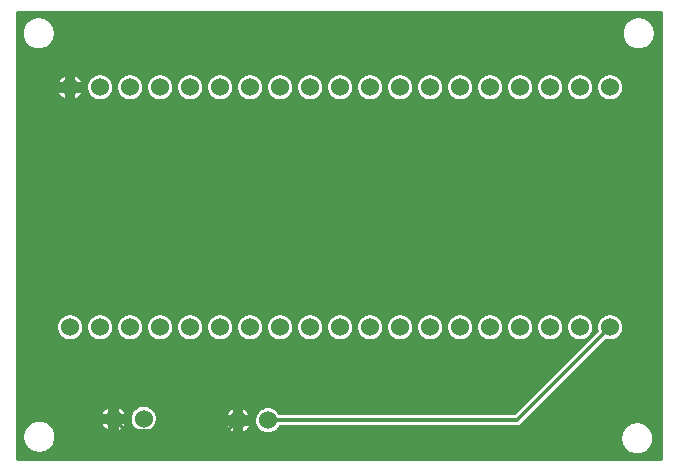
<source format=gtl>
G04 Layer: TopLayer*
G04 EasyEDA v6.4.17, 2021-02-24T11:03:34+07:00*
G04 ef73d0174efa4e16a56b608a547b3d4a,ed1066999ab64682bb259e5b7afb0417,10*
G04 Gerber Generator version 0.2*
G04 Scale: 100 percent, Rotated: No, Reflected: No *
G04 Dimensions in inches *
G04 leading zeros omitted , absolute positions ,3 integer and 6 decimal *
%FSLAX36Y36*%
%MOIN*%

%ADD11C,0.0120*%
%ADD12C,0.0600*%

%LPD*%
G36*
X9100Y15100D02*
G01*
X7560Y15400D01*
X6280Y16279D01*
X5400Y17560D01*
X5100Y19100D01*
X5100Y1510900D01*
X5400Y1512440D01*
X6280Y1513720D01*
X7560Y1514600D01*
X9100Y1514900D01*
X2155900Y1514900D01*
X2157440Y1514600D01*
X2158720Y1513720D01*
X2159600Y1512440D01*
X2159900Y1510900D01*
X2159900Y19100D01*
X2159600Y17560D01*
X2158720Y16279D01*
X2157440Y15400D01*
X2155900Y15100D01*
G37*

%LPC*%
G36*
X2075000Y39900D02*
G01*
X2081040Y40279D01*
X2086980Y41360D01*
X2092760Y43160D01*
X2098280Y45640D01*
X2103460Y48780D01*
X2108220Y52500D01*
X2112500Y56780D01*
X2116220Y61540D01*
X2119360Y66720D01*
X2121840Y72240D01*
X2123640Y78020D01*
X2124720Y83960D01*
X2125100Y90000D01*
X2124720Y96039D01*
X2123640Y101980D01*
X2121840Y107760D01*
X2119360Y113280D01*
X2116220Y118460D01*
X2112500Y123219D01*
X2108220Y127500D01*
X2103460Y131220D01*
X2098280Y134360D01*
X2092760Y136840D01*
X2086980Y138640D01*
X2081040Y139720D01*
X2075000Y140100D01*
X2068959Y139720D01*
X2063020Y138640D01*
X2057240Y136840D01*
X2051720Y134360D01*
X2046540Y131220D01*
X2041780Y127500D01*
X2037500Y123219D01*
X2033779Y118460D01*
X2030640Y113280D01*
X2028160Y107760D01*
X2026360Y101980D01*
X2025280Y96039D01*
X2024900Y90000D01*
X2025280Y83960D01*
X2026360Y78020D01*
X2028160Y72240D01*
X2030640Y66720D01*
X2033779Y61540D01*
X2037500Y56780D01*
X2041780Y52500D01*
X2046540Y48780D01*
X2051720Y45640D01*
X2057240Y43160D01*
X2063020Y41360D01*
X2068959Y40279D01*
G37*
G36*
X82500Y44900D02*
G01*
X88539Y45279D01*
X94480Y46360D01*
X100260Y48160D01*
X105780Y50640D01*
X110960Y53780D01*
X115719Y57500D01*
X120000Y61780D01*
X123720Y66540D01*
X126860Y71720D01*
X129340Y77240D01*
X131140Y83020D01*
X132220Y88960D01*
X132600Y95000D01*
X132220Y101039D01*
X131140Y106980D01*
X129340Y112760D01*
X126860Y118280D01*
X123720Y123460D01*
X120000Y128219D01*
X115719Y132500D01*
X110960Y136220D01*
X105780Y139360D01*
X100260Y141840D01*
X94480Y143640D01*
X88539Y144720D01*
X82500Y145100D01*
X76460Y144720D01*
X70520Y143640D01*
X64740Y141840D01*
X59220Y139360D01*
X54040Y136220D01*
X49280Y132500D01*
X45000Y128219D01*
X41280Y123460D01*
X38140Y118280D01*
X35660Y112760D01*
X33860Y106980D01*
X32780Y101039D01*
X32400Y95000D01*
X32780Y88960D01*
X33860Y83020D01*
X35660Y77240D01*
X38140Y71720D01*
X41280Y66540D01*
X45000Y61780D01*
X49280Y57500D01*
X54040Y53780D01*
X59220Y50640D01*
X64740Y48160D01*
X70520Y46360D01*
X76460Y45279D01*
G37*
G36*
X845000Y109900D02*
G01*
X850340Y110260D01*
X855600Y111340D01*
X860660Y113100D01*
X865440Y115500D01*
X869840Y118539D01*
X873820Y122120D01*
X877280Y126220D01*
X880160Y130740D01*
X880560Y131580D01*
X881440Y132800D01*
X882700Y133620D01*
X884180Y133900D01*
X1674800Y133900D01*
X1678140Y134220D01*
X1681160Y135140D01*
X1683940Y136620D01*
X1686519Y138760D01*
X1968680Y420900D01*
X1969820Y421700D01*
X1971160Y422060D01*
X1972560Y421940D01*
X1977020Y420720D01*
X1982320Y420000D01*
X1987680Y420000D01*
X1992980Y420720D01*
X1998160Y422120D01*
X2003080Y424219D01*
X2007680Y426940D01*
X2011900Y430260D01*
X2015620Y434120D01*
X2018800Y438420D01*
X2021360Y443120D01*
X2023300Y448120D01*
X2024540Y453340D01*
X2025060Y458660D01*
X2024880Y464020D01*
X2024000Y469300D01*
X2022420Y474400D01*
X2020160Y479260D01*
X2017280Y483780D01*
X2013820Y487879D01*
X2009840Y491460D01*
X2005440Y494500D01*
X2000660Y496900D01*
X1995600Y498660D01*
X1990340Y499739D01*
X1985000Y500100D01*
X1979660Y499739D01*
X1974400Y498660D01*
X1969340Y496900D01*
X1964560Y494500D01*
X1960160Y491460D01*
X1956180Y487879D01*
X1952720Y483780D01*
X1949840Y479260D01*
X1947580Y474400D01*
X1946000Y469300D01*
X1945120Y464020D01*
X1944940Y458660D01*
X1945460Y453340D01*
X1946780Y447920D01*
X1947060Y446420D01*
X1946740Y444920D01*
X1945880Y443660D01*
X1669500Y167280D01*
X1668200Y166400D01*
X1666680Y166100D01*
X884160Y166100D01*
X882760Y166360D01*
X881540Y167079D01*
X880660Y168180D01*
X878800Y171580D01*
X875620Y175880D01*
X871900Y179740D01*
X867680Y183060D01*
X863080Y185780D01*
X858160Y187880D01*
X852980Y189280D01*
X847680Y190000D01*
X842320Y190000D01*
X837020Y189280D01*
X831840Y187880D01*
X826919Y185780D01*
X822320Y183060D01*
X818100Y179740D01*
X814380Y175880D01*
X811200Y171580D01*
X808640Y166880D01*
X806700Y161880D01*
X805460Y156660D01*
X804940Y151340D01*
X805120Y145980D01*
X806000Y140700D01*
X807580Y135600D01*
X809840Y130740D01*
X812720Y126220D01*
X816180Y122120D01*
X820160Y118539D01*
X824560Y115500D01*
X829340Y113100D01*
X834400Y111340D01*
X839659Y110260D01*
G37*
G36*
X727500Y114019D02*
G01*
X727500Y132500D01*
X709020Y132500D01*
X709840Y130740D01*
X712720Y126220D01*
X716180Y122120D01*
X720160Y118539D01*
X724560Y115500D01*
G37*
G36*
X762500Y114019D02*
G01*
X765440Y115500D01*
X769840Y118539D01*
X773820Y122120D01*
X777280Y126220D01*
X780160Y130740D01*
X780980Y132500D01*
X762500Y132500D01*
G37*
G36*
X430000Y114900D02*
G01*
X435340Y115260D01*
X440600Y116340D01*
X445660Y118100D01*
X450439Y120500D01*
X454840Y123539D01*
X458820Y127120D01*
X462280Y131220D01*
X465160Y135740D01*
X467420Y140600D01*
X469000Y145700D01*
X469880Y150980D01*
X470060Y156340D01*
X469540Y161660D01*
X468300Y166880D01*
X466360Y171880D01*
X463800Y176580D01*
X460620Y180880D01*
X456900Y184740D01*
X452680Y188060D01*
X448080Y190780D01*
X443160Y192880D01*
X437980Y194280D01*
X432680Y195000D01*
X427320Y195000D01*
X422020Y194280D01*
X416840Y192880D01*
X411920Y190780D01*
X407320Y188060D01*
X403100Y184740D01*
X399380Y180880D01*
X396200Y176580D01*
X393640Y171880D01*
X391700Y166880D01*
X390460Y161660D01*
X389940Y156340D01*
X390120Y150980D01*
X391000Y145700D01*
X392580Y140600D01*
X394840Y135740D01*
X397720Y131220D01*
X401180Y127120D01*
X405160Y123539D01*
X409560Y120500D01*
X414340Y118100D01*
X419400Y116340D01*
X424660Y115260D01*
G37*
G36*
X347500Y119019D02*
G01*
X350439Y120500D01*
X354840Y123539D01*
X358820Y127120D01*
X362280Y131220D01*
X365160Y135740D01*
X365980Y137500D01*
X347500Y137500D01*
G37*
G36*
X312500Y119019D02*
G01*
X312500Y137500D01*
X294020Y137500D01*
X294840Y135740D01*
X297720Y131220D01*
X301180Y127120D01*
X305160Y123539D01*
X309560Y120500D01*
G37*
G36*
X762500Y167500D02*
G01*
X781020Y167500D01*
X778800Y171580D01*
X775620Y175880D01*
X771900Y179740D01*
X767680Y183060D01*
X763080Y185780D01*
X762500Y186020D01*
G37*
G36*
X708980Y167500D02*
G01*
X727500Y167500D01*
X727500Y186020D01*
X726919Y185780D01*
X722320Y183060D01*
X718100Y179740D01*
X714380Y175880D01*
X711200Y171580D01*
G37*
G36*
X347500Y172500D02*
G01*
X366019Y172500D01*
X363800Y176580D01*
X360620Y180880D01*
X356900Y184740D01*
X352680Y188060D01*
X348080Y190780D01*
X347500Y191020D01*
G37*
G36*
X293980Y172500D02*
G01*
X312500Y172500D01*
X312500Y191020D01*
X311920Y190780D01*
X307320Y188060D01*
X303100Y184740D01*
X299380Y180880D01*
X296200Y176580D01*
G37*
G36*
X1082320Y420000D02*
G01*
X1087680Y420000D01*
X1092980Y420720D01*
X1098160Y422120D01*
X1103080Y424219D01*
X1107680Y426940D01*
X1111900Y430260D01*
X1115620Y434120D01*
X1118800Y438420D01*
X1121360Y443120D01*
X1123300Y448120D01*
X1124540Y453340D01*
X1125060Y458660D01*
X1124880Y464020D01*
X1124000Y469300D01*
X1122420Y474400D01*
X1120160Y479260D01*
X1117280Y483780D01*
X1113820Y487879D01*
X1109840Y491460D01*
X1105440Y494500D01*
X1100660Y496900D01*
X1095600Y498660D01*
X1090340Y499739D01*
X1085000Y500100D01*
X1079660Y499739D01*
X1074400Y498660D01*
X1069340Y496900D01*
X1064560Y494500D01*
X1060160Y491460D01*
X1056180Y487879D01*
X1052720Y483780D01*
X1049840Y479260D01*
X1047580Y474400D01*
X1046000Y469300D01*
X1045120Y464020D01*
X1044940Y458660D01*
X1045460Y453340D01*
X1046700Y448120D01*
X1048640Y443120D01*
X1051200Y438420D01*
X1054380Y434120D01*
X1058100Y430260D01*
X1062320Y426940D01*
X1066920Y424219D01*
X1071840Y422120D01*
X1077020Y420720D01*
G37*
G36*
X982320Y420000D02*
G01*
X987680Y420000D01*
X992980Y420720D01*
X998160Y422120D01*
X1003080Y424219D01*
X1007680Y426940D01*
X1011900Y430260D01*
X1015620Y434120D01*
X1018800Y438420D01*
X1021360Y443120D01*
X1023300Y448120D01*
X1024539Y453340D01*
X1025060Y458660D01*
X1024880Y464020D01*
X1024000Y469300D01*
X1022420Y474400D01*
X1020160Y479260D01*
X1017280Y483780D01*
X1013820Y487879D01*
X1009840Y491460D01*
X1005440Y494500D01*
X1000660Y496900D01*
X995600Y498660D01*
X990340Y499739D01*
X985000Y500100D01*
X979659Y499739D01*
X974400Y498660D01*
X969340Y496900D01*
X964560Y494500D01*
X960160Y491460D01*
X956180Y487879D01*
X952720Y483780D01*
X949840Y479260D01*
X947580Y474400D01*
X946000Y469300D01*
X945120Y464020D01*
X944940Y458660D01*
X945460Y453340D01*
X946700Y448120D01*
X948640Y443120D01*
X951200Y438420D01*
X954380Y434120D01*
X958100Y430260D01*
X962320Y426940D01*
X966919Y424219D01*
X971840Y422120D01*
X977020Y420720D01*
G37*
G36*
X1182320Y420000D02*
G01*
X1187680Y420000D01*
X1192980Y420720D01*
X1198160Y422120D01*
X1203080Y424219D01*
X1207680Y426940D01*
X1211900Y430260D01*
X1215620Y434120D01*
X1218800Y438420D01*
X1221360Y443120D01*
X1223300Y448120D01*
X1224540Y453340D01*
X1225060Y458660D01*
X1224880Y464020D01*
X1224000Y469300D01*
X1222420Y474400D01*
X1220160Y479260D01*
X1217280Y483780D01*
X1213820Y487879D01*
X1209840Y491460D01*
X1205440Y494500D01*
X1200660Y496900D01*
X1195600Y498660D01*
X1190340Y499739D01*
X1185000Y500100D01*
X1179660Y499739D01*
X1174400Y498660D01*
X1169340Y496900D01*
X1164560Y494500D01*
X1160160Y491460D01*
X1156180Y487879D01*
X1152720Y483780D01*
X1149840Y479260D01*
X1147580Y474400D01*
X1146000Y469300D01*
X1145120Y464020D01*
X1144940Y458660D01*
X1145460Y453340D01*
X1146700Y448120D01*
X1148640Y443120D01*
X1151200Y438420D01*
X1154380Y434120D01*
X1158100Y430260D01*
X1162320Y426940D01*
X1166920Y424219D01*
X1171840Y422120D01*
X1177020Y420720D01*
G37*
G36*
X882320Y420000D02*
G01*
X887680Y420000D01*
X892980Y420720D01*
X898160Y422120D01*
X903080Y424219D01*
X907680Y426940D01*
X911900Y430260D01*
X915620Y434120D01*
X918800Y438420D01*
X921360Y443120D01*
X923300Y448120D01*
X924539Y453340D01*
X925060Y458660D01*
X924880Y464020D01*
X924000Y469300D01*
X922420Y474400D01*
X920160Y479260D01*
X917280Y483780D01*
X913820Y487879D01*
X909840Y491460D01*
X905440Y494500D01*
X900660Y496900D01*
X895600Y498660D01*
X890340Y499739D01*
X885000Y500100D01*
X879659Y499739D01*
X874400Y498660D01*
X869340Y496900D01*
X864560Y494500D01*
X860160Y491460D01*
X856180Y487879D01*
X852720Y483780D01*
X849840Y479260D01*
X847580Y474400D01*
X846000Y469300D01*
X845120Y464020D01*
X844940Y458660D01*
X845460Y453340D01*
X846700Y448120D01*
X848640Y443120D01*
X851200Y438420D01*
X854380Y434120D01*
X858100Y430260D01*
X862320Y426940D01*
X866919Y424219D01*
X871840Y422120D01*
X877020Y420720D01*
G37*
G36*
X1282320Y420000D02*
G01*
X1287680Y420000D01*
X1292980Y420720D01*
X1298160Y422120D01*
X1303080Y424219D01*
X1307680Y426940D01*
X1311900Y430260D01*
X1315620Y434120D01*
X1318800Y438420D01*
X1321360Y443120D01*
X1323300Y448120D01*
X1324540Y453340D01*
X1325060Y458660D01*
X1324880Y464020D01*
X1324000Y469300D01*
X1322420Y474400D01*
X1320160Y479260D01*
X1317280Y483780D01*
X1313820Y487879D01*
X1309840Y491460D01*
X1305440Y494500D01*
X1300660Y496900D01*
X1295600Y498660D01*
X1290340Y499739D01*
X1285000Y500100D01*
X1279660Y499739D01*
X1274400Y498660D01*
X1269340Y496900D01*
X1264560Y494500D01*
X1260160Y491460D01*
X1256180Y487879D01*
X1252720Y483780D01*
X1249840Y479260D01*
X1247580Y474400D01*
X1246000Y469300D01*
X1245120Y464020D01*
X1244940Y458660D01*
X1245460Y453340D01*
X1246700Y448120D01*
X1248640Y443120D01*
X1251200Y438420D01*
X1254380Y434120D01*
X1258100Y430260D01*
X1262320Y426940D01*
X1266920Y424219D01*
X1271840Y422120D01*
X1277020Y420720D01*
G37*
G36*
X782320Y420000D02*
G01*
X787680Y420000D01*
X792980Y420720D01*
X798160Y422120D01*
X803080Y424219D01*
X807680Y426940D01*
X811900Y430260D01*
X815620Y434120D01*
X818800Y438420D01*
X821360Y443120D01*
X823300Y448120D01*
X824539Y453340D01*
X825060Y458660D01*
X824880Y464020D01*
X824000Y469300D01*
X822420Y474400D01*
X820160Y479260D01*
X817280Y483780D01*
X813820Y487879D01*
X809840Y491460D01*
X805440Y494500D01*
X800660Y496900D01*
X795600Y498660D01*
X790340Y499739D01*
X785000Y500100D01*
X779659Y499739D01*
X774400Y498660D01*
X769340Y496900D01*
X764560Y494500D01*
X760160Y491460D01*
X756180Y487879D01*
X752720Y483780D01*
X749840Y479260D01*
X747580Y474400D01*
X746000Y469300D01*
X745120Y464020D01*
X744940Y458660D01*
X745460Y453340D01*
X746700Y448120D01*
X748640Y443120D01*
X751200Y438420D01*
X754380Y434120D01*
X758100Y430260D01*
X762320Y426940D01*
X766919Y424219D01*
X771840Y422120D01*
X777020Y420720D01*
G37*
G36*
X1382320Y420000D02*
G01*
X1387680Y420000D01*
X1392980Y420720D01*
X1398160Y422120D01*
X1403080Y424219D01*
X1407680Y426940D01*
X1411900Y430260D01*
X1415620Y434120D01*
X1418800Y438420D01*
X1421360Y443120D01*
X1423300Y448120D01*
X1424540Y453340D01*
X1425060Y458660D01*
X1424880Y464020D01*
X1424000Y469300D01*
X1422420Y474400D01*
X1420160Y479260D01*
X1417280Y483780D01*
X1413820Y487879D01*
X1409840Y491460D01*
X1405440Y494500D01*
X1400660Y496900D01*
X1395600Y498660D01*
X1390340Y499739D01*
X1385000Y500100D01*
X1379660Y499739D01*
X1374400Y498660D01*
X1369340Y496900D01*
X1364560Y494500D01*
X1360160Y491460D01*
X1356180Y487879D01*
X1352720Y483780D01*
X1349840Y479260D01*
X1347580Y474400D01*
X1346000Y469300D01*
X1345120Y464020D01*
X1344940Y458660D01*
X1345460Y453340D01*
X1346699Y448120D01*
X1348640Y443120D01*
X1351200Y438420D01*
X1354379Y434120D01*
X1358100Y430260D01*
X1362320Y426940D01*
X1366920Y424219D01*
X1371840Y422120D01*
X1377020Y420720D01*
G37*
G36*
X682320Y420000D02*
G01*
X687680Y420000D01*
X692980Y420720D01*
X698160Y422120D01*
X703080Y424219D01*
X707680Y426940D01*
X711900Y430260D01*
X715620Y434120D01*
X718800Y438420D01*
X721360Y443120D01*
X723300Y448120D01*
X724539Y453340D01*
X725060Y458660D01*
X724880Y464020D01*
X724000Y469300D01*
X722420Y474400D01*
X720160Y479260D01*
X717280Y483780D01*
X713820Y487879D01*
X709840Y491460D01*
X705440Y494500D01*
X700660Y496900D01*
X695600Y498660D01*
X690340Y499739D01*
X685000Y500100D01*
X679659Y499739D01*
X674400Y498660D01*
X669340Y496900D01*
X664560Y494500D01*
X660160Y491460D01*
X656180Y487879D01*
X652720Y483780D01*
X649840Y479260D01*
X647580Y474400D01*
X646000Y469300D01*
X645120Y464020D01*
X644940Y458660D01*
X645460Y453340D01*
X646700Y448120D01*
X648640Y443120D01*
X651200Y438420D01*
X654380Y434120D01*
X658100Y430260D01*
X662320Y426940D01*
X666919Y424219D01*
X671840Y422120D01*
X677020Y420720D01*
G37*
G36*
X1482320Y420000D02*
G01*
X1487680Y420000D01*
X1492980Y420720D01*
X1498160Y422120D01*
X1503080Y424219D01*
X1507680Y426940D01*
X1511900Y430260D01*
X1515620Y434120D01*
X1518800Y438420D01*
X1521360Y443120D01*
X1523300Y448120D01*
X1524540Y453340D01*
X1525060Y458660D01*
X1524880Y464020D01*
X1524000Y469300D01*
X1522420Y474400D01*
X1520160Y479260D01*
X1517280Y483780D01*
X1513820Y487879D01*
X1509840Y491460D01*
X1505440Y494500D01*
X1500660Y496900D01*
X1495600Y498660D01*
X1490340Y499739D01*
X1485000Y500100D01*
X1479660Y499739D01*
X1474400Y498660D01*
X1469340Y496900D01*
X1464560Y494500D01*
X1460160Y491460D01*
X1456180Y487879D01*
X1452720Y483780D01*
X1449840Y479260D01*
X1447580Y474400D01*
X1446000Y469300D01*
X1445120Y464020D01*
X1444940Y458660D01*
X1445460Y453340D01*
X1446699Y448120D01*
X1448640Y443120D01*
X1451200Y438420D01*
X1454379Y434120D01*
X1458100Y430260D01*
X1462320Y426940D01*
X1466920Y424219D01*
X1471840Y422120D01*
X1477020Y420720D01*
G37*
G36*
X582320Y420000D02*
G01*
X587680Y420000D01*
X592980Y420720D01*
X598160Y422120D01*
X603080Y424219D01*
X607680Y426940D01*
X611900Y430260D01*
X615620Y434120D01*
X618800Y438420D01*
X621360Y443120D01*
X623300Y448120D01*
X624540Y453340D01*
X625060Y458660D01*
X624880Y464020D01*
X624000Y469300D01*
X622420Y474400D01*
X620160Y479260D01*
X617280Y483780D01*
X613820Y487879D01*
X609840Y491460D01*
X605440Y494500D01*
X600660Y496900D01*
X595600Y498660D01*
X590340Y499739D01*
X585000Y500100D01*
X579660Y499739D01*
X574400Y498660D01*
X569340Y496900D01*
X564560Y494500D01*
X560160Y491460D01*
X556180Y487879D01*
X552720Y483780D01*
X549840Y479260D01*
X547580Y474400D01*
X546000Y469300D01*
X545120Y464020D01*
X544940Y458660D01*
X545460Y453340D01*
X546700Y448120D01*
X548640Y443120D01*
X551200Y438420D01*
X554380Y434120D01*
X558100Y430260D01*
X562320Y426940D01*
X566920Y424219D01*
X571840Y422120D01*
X577020Y420720D01*
G37*
G36*
X1582320Y420000D02*
G01*
X1587680Y420000D01*
X1592980Y420720D01*
X1598160Y422120D01*
X1603080Y424219D01*
X1607680Y426940D01*
X1611900Y430260D01*
X1615620Y434120D01*
X1618800Y438420D01*
X1621360Y443120D01*
X1623300Y448120D01*
X1624540Y453340D01*
X1625060Y458660D01*
X1624880Y464020D01*
X1624000Y469300D01*
X1622420Y474400D01*
X1620160Y479260D01*
X1617280Y483780D01*
X1613820Y487879D01*
X1609840Y491460D01*
X1605440Y494500D01*
X1600660Y496900D01*
X1595600Y498660D01*
X1590340Y499739D01*
X1585000Y500100D01*
X1579660Y499739D01*
X1574400Y498660D01*
X1569340Y496900D01*
X1564560Y494500D01*
X1560160Y491460D01*
X1556180Y487879D01*
X1552720Y483780D01*
X1549840Y479260D01*
X1547580Y474400D01*
X1546000Y469300D01*
X1545120Y464020D01*
X1544940Y458660D01*
X1545460Y453340D01*
X1546699Y448120D01*
X1548640Y443120D01*
X1551200Y438420D01*
X1554379Y434120D01*
X1558100Y430260D01*
X1562320Y426940D01*
X1566920Y424219D01*
X1571840Y422120D01*
X1577020Y420720D01*
G37*
G36*
X482320Y420000D02*
G01*
X487680Y420000D01*
X492980Y420720D01*
X498160Y422120D01*
X503080Y424219D01*
X507680Y426940D01*
X511900Y430260D01*
X515620Y434120D01*
X518800Y438420D01*
X521360Y443120D01*
X523300Y448120D01*
X524540Y453340D01*
X525060Y458660D01*
X524880Y464020D01*
X524000Y469300D01*
X522420Y474400D01*
X520160Y479260D01*
X517280Y483780D01*
X513820Y487879D01*
X509840Y491460D01*
X505439Y494500D01*
X500660Y496900D01*
X495600Y498660D01*
X490340Y499739D01*
X485000Y500100D01*
X479660Y499739D01*
X474400Y498660D01*
X469340Y496900D01*
X464560Y494500D01*
X460160Y491460D01*
X456180Y487879D01*
X452720Y483780D01*
X449840Y479260D01*
X447580Y474400D01*
X446000Y469300D01*
X445120Y464020D01*
X444940Y458660D01*
X445460Y453340D01*
X446700Y448120D01*
X448640Y443120D01*
X451200Y438420D01*
X454380Y434120D01*
X458100Y430260D01*
X462320Y426940D01*
X466920Y424219D01*
X471840Y422120D01*
X477020Y420720D01*
G37*
G36*
X1882320Y420000D02*
G01*
X1887680Y420000D01*
X1892980Y420720D01*
X1898160Y422120D01*
X1903080Y424219D01*
X1907680Y426940D01*
X1911900Y430260D01*
X1915620Y434120D01*
X1918800Y438420D01*
X1921360Y443120D01*
X1923300Y448120D01*
X1924540Y453340D01*
X1925060Y458660D01*
X1924880Y464020D01*
X1924000Y469300D01*
X1922420Y474400D01*
X1920160Y479260D01*
X1917280Y483780D01*
X1913820Y487879D01*
X1909840Y491460D01*
X1905440Y494500D01*
X1900660Y496900D01*
X1895600Y498660D01*
X1890340Y499739D01*
X1885000Y500100D01*
X1879660Y499739D01*
X1874400Y498660D01*
X1869340Y496900D01*
X1864560Y494500D01*
X1860160Y491460D01*
X1856180Y487879D01*
X1852720Y483780D01*
X1849840Y479260D01*
X1847580Y474400D01*
X1846000Y469300D01*
X1845120Y464020D01*
X1844940Y458660D01*
X1845460Y453340D01*
X1846699Y448120D01*
X1848640Y443120D01*
X1851200Y438420D01*
X1854379Y434120D01*
X1858100Y430260D01*
X1862320Y426940D01*
X1866920Y424219D01*
X1871840Y422120D01*
X1877020Y420720D01*
G37*
G36*
X1682320Y420000D02*
G01*
X1687680Y420000D01*
X1692980Y420720D01*
X1698160Y422120D01*
X1703080Y424219D01*
X1707680Y426940D01*
X1711900Y430260D01*
X1715620Y434120D01*
X1718800Y438420D01*
X1721360Y443120D01*
X1723300Y448120D01*
X1724540Y453340D01*
X1725060Y458660D01*
X1724880Y464020D01*
X1724000Y469300D01*
X1722420Y474400D01*
X1720160Y479260D01*
X1717280Y483780D01*
X1713820Y487879D01*
X1709840Y491460D01*
X1705440Y494500D01*
X1700660Y496900D01*
X1695600Y498660D01*
X1690340Y499739D01*
X1685000Y500100D01*
X1679660Y499739D01*
X1674400Y498660D01*
X1669340Y496900D01*
X1664560Y494500D01*
X1660160Y491460D01*
X1656180Y487879D01*
X1652720Y483780D01*
X1649840Y479260D01*
X1647580Y474400D01*
X1646000Y469300D01*
X1645120Y464020D01*
X1644940Y458660D01*
X1645460Y453340D01*
X1646699Y448120D01*
X1648640Y443120D01*
X1651200Y438420D01*
X1654379Y434120D01*
X1658100Y430260D01*
X1662320Y426940D01*
X1666920Y424219D01*
X1671840Y422120D01*
X1677020Y420720D01*
G37*
G36*
X1782320Y420000D02*
G01*
X1787680Y420000D01*
X1792980Y420720D01*
X1798160Y422120D01*
X1803080Y424219D01*
X1807680Y426940D01*
X1811900Y430260D01*
X1815620Y434120D01*
X1818800Y438420D01*
X1821360Y443120D01*
X1823300Y448120D01*
X1824540Y453340D01*
X1825060Y458660D01*
X1824880Y464020D01*
X1824000Y469300D01*
X1822420Y474400D01*
X1820160Y479260D01*
X1817280Y483780D01*
X1813820Y487879D01*
X1809840Y491460D01*
X1805440Y494500D01*
X1800660Y496900D01*
X1795600Y498660D01*
X1790340Y499739D01*
X1785000Y500100D01*
X1779660Y499739D01*
X1774400Y498660D01*
X1769340Y496900D01*
X1764560Y494500D01*
X1760160Y491460D01*
X1756180Y487879D01*
X1752720Y483780D01*
X1749840Y479260D01*
X1747580Y474400D01*
X1746000Y469300D01*
X1745120Y464020D01*
X1744940Y458660D01*
X1745460Y453340D01*
X1746699Y448120D01*
X1748640Y443120D01*
X1751200Y438420D01*
X1754379Y434120D01*
X1758100Y430260D01*
X1762320Y426940D01*
X1766920Y424219D01*
X1771840Y422120D01*
X1777020Y420720D01*
G37*
G36*
X382320Y420000D02*
G01*
X387680Y420000D01*
X392980Y420720D01*
X398160Y422120D01*
X403080Y424219D01*
X407680Y426940D01*
X411900Y430260D01*
X415620Y434120D01*
X418800Y438420D01*
X421360Y443120D01*
X423300Y448120D01*
X424540Y453340D01*
X425060Y458660D01*
X424880Y464020D01*
X424000Y469300D01*
X422420Y474400D01*
X420160Y479260D01*
X417280Y483780D01*
X413820Y487879D01*
X409840Y491460D01*
X405439Y494500D01*
X400660Y496900D01*
X395600Y498660D01*
X390340Y499739D01*
X385000Y500100D01*
X379660Y499739D01*
X374400Y498660D01*
X369340Y496900D01*
X364560Y494500D01*
X360160Y491460D01*
X356180Y487879D01*
X352720Y483780D01*
X349840Y479260D01*
X347580Y474400D01*
X346000Y469300D01*
X345120Y464020D01*
X344940Y458660D01*
X345460Y453340D01*
X346700Y448120D01*
X348640Y443120D01*
X351200Y438420D01*
X354380Y434120D01*
X358100Y430260D01*
X362320Y426940D01*
X366920Y424219D01*
X371840Y422120D01*
X377020Y420720D01*
G37*
G36*
X282320Y420000D02*
G01*
X287680Y420000D01*
X292980Y420720D01*
X298160Y422120D01*
X303080Y424219D01*
X307680Y426940D01*
X311900Y430260D01*
X315620Y434120D01*
X318800Y438420D01*
X321360Y443120D01*
X323300Y448120D01*
X324540Y453340D01*
X325060Y458660D01*
X324880Y464020D01*
X324000Y469300D01*
X322420Y474400D01*
X320160Y479260D01*
X317280Y483780D01*
X313820Y487879D01*
X309840Y491460D01*
X305440Y494500D01*
X300660Y496900D01*
X295600Y498660D01*
X290340Y499739D01*
X285000Y500100D01*
X279660Y499739D01*
X274400Y498660D01*
X269340Y496900D01*
X264560Y494500D01*
X260159Y491460D01*
X256180Y487879D01*
X252719Y483780D01*
X249840Y479260D01*
X247580Y474400D01*
X246000Y469300D01*
X245120Y464020D01*
X244940Y458660D01*
X245460Y453340D01*
X246700Y448120D01*
X248640Y443120D01*
X251200Y438420D01*
X254380Y434120D01*
X258100Y430260D01*
X262320Y426940D01*
X266920Y424219D01*
X271840Y422120D01*
X277020Y420720D01*
G37*
G36*
X182320Y420000D02*
G01*
X187680Y420000D01*
X192979Y420720D01*
X198160Y422120D01*
X203080Y424219D01*
X207680Y426940D01*
X211900Y430260D01*
X215620Y434120D01*
X218800Y438420D01*
X221360Y443120D01*
X223299Y448120D01*
X224540Y453340D01*
X225060Y458660D01*
X224880Y464020D01*
X224000Y469300D01*
X222420Y474400D01*
X220159Y479260D01*
X217280Y483780D01*
X213820Y487879D01*
X209840Y491460D01*
X205440Y494500D01*
X200660Y496900D01*
X195600Y498660D01*
X190340Y499739D01*
X185000Y500100D01*
X179660Y499739D01*
X174400Y498660D01*
X169340Y496900D01*
X164560Y494500D01*
X160159Y491460D01*
X156180Y487879D01*
X152720Y483780D01*
X149840Y479260D01*
X147580Y474400D01*
X146000Y469300D01*
X145120Y464020D01*
X144940Y458660D01*
X145460Y453340D01*
X146700Y448120D01*
X148640Y443120D01*
X151200Y438420D01*
X154380Y434120D01*
X158100Y430260D01*
X162320Y426940D01*
X166920Y424219D01*
X171840Y422120D01*
X177020Y420720D01*
G37*
G36*
X1182320Y1220000D02*
G01*
X1187680Y1220000D01*
X1192980Y1220720D01*
X1198160Y1222120D01*
X1203080Y1224220D01*
X1207680Y1226940D01*
X1211900Y1230260D01*
X1215620Y1234120D01*
X1218800Y1238420D01*
X1221360Y1243120D01*
X1223300Y1248120D01*
X1224540Y1253340D01*
X1225060Y1258660D01*
X1224880Y1264020D01*
X1224000Y1269300D01*
X1222420Y1274400D01*
X1220160Y1279260D01*
X1217280Y1283779D01*
X1213820Y1287880D01*
X1209840Y1291459D01*
X1205440Y1294500D01*
X1200660Y1296900D01*
X1195600Y1298660D01*
X1190340Y1299740D01*
X1185000Y1300100D01*
X1179660Y1299740D01*
X1174400Y1298660D01*
X1169340Y1296900D01*
X1164560Y1294500D01*
X1160160Y1291459D01*
X1156180Y1287880D01*
X1152720Y1283779D01*
X1149840Y1279260D01*
X1147580Y1274400D01*
X1146000Y1269300D01*
X1145120Y1264020D01*
X1144940Y1258660D01*
X1145460Y1253340D01*
X1146700Y1248120D01*
X1148640Y1243120D01*
X1151200Y1238420D01*
X1154380Y1234120D01*
X1158100Y1230260D01*
X1162320Y1226940D01*
X1166920Y1224220D01*
X1171840Y1222120D01*
X1177020Y1220720D01*
G37*
G36*
X1082320Y1220000D02*
G01*
X1087680Y1220000D01*
X1092980Y1220720D01*
X1098160Y1222120D01*
X1103080Y1224220D01*
X1107680Y1226940D01*
X1111900Y1230260D01*
X1115620Y1234120D01*
X1118800Y1238420D01*
X1121360Y1243120D01*
X1123300Y1248120D01*
X1124540Y1253340D01*
X1125060Y1258660D01*
X1124880Y1264020D01*
X1124000Y1269300D01*
X1122420Y1274400D01*
X1120160Y1279260D01*
X1117280Y1283779D01*
X1113820Y1287880D01*
X1109840Y1291459D01*
X1105440Y1294500D01*
X1100660Y1296900D01*
X1095600Y1298660D01*
X1090340Y1299740D01*
X1085000Y1300100D01*
X1079660Y1299740D01*
X1074400Y1298660D01*
X1069340Y1296900D01*
X1064560Y1294500D01*
X1060160Y1291459D01*
X1056180Y1287880D01*
X1052720Y1283779D01*
X1049840Y1279260D01*
X1047580Y1274400D01*
X1046000Y1269300D01*
X1045120Y1264020D01*
X1044940Y1258660D01*
X1045460Y1253340D01*
X1046700Y1248120D01*
X1048640Y1243120D01*
X1051200Y1238420D01*
X1054380Y1234120D01*
X1058100Y1230260D01*
X1062320Y1226940D01*
X1066920Y1224220D01*
X1071840Y1222120D01*
X1077020Y1220720D01*
G37*
G36*
X1282320Y1220000D02*
G01*
X1287680Y1220000D01*
X1292980Y1220720D01*
X1298160Y1222120D01*
X1303080Y1224220D01*
X1307680Y1226940D01*
X1311900Y1230260D01*
X1315620Y1234120D01*
X1318800Y1238420D01*
X1321360Y1243120D01*
X1323300Y1248120D01*
X1324540Y1253340D01*
X1325060Y1258660D01*
X1324880Y1264020D01*
X1324000Y1269300D01*
X1322420Y1274400D01*
X1320160Y1279260D01*
X1317280Y1283779D01*
X1313820Y1287880D01*
X1309840Y1291459D01*
X1305440Y1294500D01*
X1300660Y1296900D01*
X1295600Y1298660D01*
X1290340Y1299740D01*
X1285000Y1300100D01*
X1279660Y1299740D01*
X1274400Y1298660D01*
X1269340Y1296900D01*
X1264560Y1294500D01*
X1260160Y1291459D01*
X1256180Y1287880D01*
X1252720Y1283779D01*
X1249840Y1279260D01*
X1247580Y1274400D01*
X1246000Y1269300D01*
X1245120Y1264020D01*
X1244940Y1258660D01*
X1245460Y1253340D01*
X1246700Y1248120D01*
X1248640Y1243120D01*
X1251200Y1238420D01*
X1254380Y1234120D01*
X1258100Y1230260D01*
X1262320Y1226940D01*
X1266920Y1224220D01*
X1271840Y1222120D01*
X1277020Y1220720D01*
G37*
G36*
X982320Y1220000D02*
G01*
X987680Y1220000D01*
X992980Y1220720D01*
X998160Y1222120D01*
X1003080Y1224220D01*
X1007680Y1226940D01*
X1011900Y1230260D01*
X1015620Y1234120D01*
X1018800Y1238420D01*
X1021360Y1243120D01*
X1023300Y1248120D01*
X1024539Y1253340D01*
X1025060Y1258660D01*
X1024880Y1264020D01*
X1024000Y1269300D01*
X1022420Y1274400D01*
X1020160Y1279260D01*
X1017280Y1283779D01*
X1013820Y1287880D01*
X1009840Y1291459D01*
X1005440Y1294500D01*
X1000660Y1296900D01*
X995600Y1298660D01*
X990340Y1299740D01*
X985000Y1300100D01*
X979659Y1299740D01*
X974400Y1298660D01*
X969340Y1296900D01*
X964560Y1294500D01*
X960160Y1291459D01*
X956180Y1287880D01*
X952720Y1283779D01*
X949840Y1279260D01*
X947580Y1274400D01*
X946000Y1269300D01*
X945120Y1264020D01*
X944940Y1258660D01*
X945460Y1253340D01*
X946700Y1248120D01*
X948640Y1243120D01*
X951200Y1238420D01*
X954380Y1234120D01*
X958100Y1230260D01*
X962320Y1226940D01*
X966919Y1224220D01*
X971840Y1222120D01*
X977020Y1220720D01*
G37*
G36*
X1382320Y1220000D02*
G01*
X1387680Y1220000D01*
X1392980Y1220720D01*
X1398160Y1222120D01*
X1403080Y1224220D01*
X1407680Y1226940D01*
X1411900Y1230260D01*
X1415620Y1234120D01*
X1418800Y1238420D01*
X1421360Y1243120D01*
X1423300Y1248120D01*
X1424540Y1253340D01*
X1425060Y1258660D01*
X1424880Y1264020D01*
X1424000Y1269300D01*
X1422420Y1274400D01*
X1420160Y1279260D01*
X1417280Y1283779D01*
X1413820Y1287880D01*
X1409840Y1291459D01*
X1405440Y1294500D01*
X1400660Y1296900D01*
X1395600Y1298660D01*
X1390340Y1299740D01*
X1385000Y1300100D01*
X1379660Y1299740D01*
X1374400Y1298660D01*
X1369340Y1296900D01*
X1364560Y1294500D01*
X1360160Y1291459D01*
X1356180Y1287880D01*
X1352720Y1283779D01*
X1349840Y1279260D01*
X1347580Y1274400D01*
X1346000Y1269300D01*
X1345120Y1264020D01*
X1344940Y1258660D01*
X1345460Y1253340D01*
X1346699Y1248120D01*
X1348640Y1243120D01*
X1351200Y1238420D01*
X1354379Y1234120D01*
X1358100Y1230260D01*
X1362320Y1226940D01*
X1366920Y1224220D01*
X1371840Y1222120D01*
X1377020Y1220720D01*
G37*
G36*
X882320Y1220000D02*
G01*
X887680Y1220000D01*
X892980Y1220720D01*
X898160Y1222120D01*
X903080Y1224220D01*
X907680Y1226940D01*
X911900Y1230260D01*
X915620Y1234120D01*
X918800Y1238420D01*
X921360Y1243120D01*
X923300Y1248120D01*
X924539Y1253340D01*
X925060Y1258660D01*
X924880Y1264020D01*
X924000Y1269300D01*
X922420Y1274400D01*
X920160Y1279260D01*
X917280Y1283779D01*
X913820Y1287880D01*
X909840Y1291459D01*
X905440Y1294500D01*
X900660Y1296900D01*
X895600Y1298660D01*
X890340Y1299740D01*
X885000Y1300100D01*
X879659Y1299740D01*
X874400Y1298660D01*
X869340Y1296900D01*
X864560Y1294500D01*
X860160Y1291459D01*
X856180Y1287880D01*
X852720Y1283779D01*
X849840Y1279260D01*
X847580Y1274400D01*
X846000Y1269300D01*
X845120Y1264020D01*
X844940Y1258660D01*
X845460Y1253340D01*
X846700Y1248120D01*
X848640Y1243120D01*
X851200Y1238420D01*
X854380Y1234120D01*
X858100Y1230260D01*
X862320Y1226940D01*
X866919Y1224220D01*
X871840Y1222120D01*
X877020Y1220720D01*
G37*
G36*
X1482320Y1220000D02*
G01*
X1487680Y1220000D01*
X1492980Y1220720D01*
X1498160Y1222120D01*
X1503080Y1224220D01*
X1507680Y1226940D01*
X1511900Y1230260D01*
X1515620Y1234120D01*
X1518800Y1238420D01*
X1521360Y1243120D01*
X1523300Y1248120D01*
X1524540Y1253340D01*
X1525060Y1258660D01*
X1524880Y1264020D01*
X1524000Y1269300D01*
X1522420Y1274400D01*
X1520160Y1279260D01*
X1517280Y1283779D01*
X1513820Y1287880D01*
X1509840Y1291459D01*
X1505440Y1294500D01*
X1500660Y1296900D01*
X1495600Y1298660D01*
X1490340Y1299740D01*
X1485000Y1300100D01*
X1479660Y1299740D01*
X1474400Y1298660D01*
X1469340Y1296900D01*
X1464560Y1294500D01*
X1460160Y1291459D01*
X1456180Y1287880D01*
X1452720Y1283779D01*
X1449840Y1279260D01*
X1447580Y1274400D01*
X1446000Y1269300D01*
X1445120Y1264020D01*
X1444940Y1258660D01*
X1445460Y1253340D01*
X1446699Y1248120D01*
X1448640Y1243120D01*
X1451200Y1238420D01*
X1454379Y1234120D01*
X1458100Y1230260D01*
X1462320Y1226940D01*
X1466920Y1224220D01*
X1471840Y1222120D01*
X1477020Y1220720D01*
G37*
G36*
X782320Y1220000D02*
G01*
X787680Y1220000D01*
X792980Y1220720D01*
X798160Y1222120D01*
X803080Y1224220D01*
X807680Y1226940D01*
X811900Y1230260D01*
X815620Y1234120D01*
X818800Y1238420D01*
X821360Y1243120D01*
X823300Y1248120D01*
X824539Y1253340D01*
X825060Y1258660D01*
X824880Y1264020D01*
X824000Y1269300D01*
X822420Y1274400D01*
X820160Y1279260D01*
X817280Y1283779D01*
X813820Y1287880D01*
X809840Y1291459D01*
X805440Y1294500D01*
X800660Y1296900D01*
X795600Y1298660D01*
X790340Y1299740D01*
X785000Y1300100D01*
X779659Y1299740D01*
X774400Y1298660D01*
X769340Y1296900D01*
X764560Y1294500D01*
X760160Y1291459D01*
X756180Y1287880D01*
X752720Y1283779D01*
X749840Y1279260D01*
X747580Y1274400D01*
X746000Y1269300D01*
X745120Y1264020D01*
X744940Y1258660D01*
X745460Y1253340D01*
X746700Y1248120D01*
X748640Y1243120D01*
X751200Y1238420D01*
X754380Y1234120D01*
X758100Y1230260D01*
X762320Y1226940D01*
X766919Y1224220D01*
X771840Y1222120D01*
X777020Y1220720D01*
G37*
G36*
X1582320Y1220000D02*
G01*
X1587680Y1220000D01*
X1592980Y1220720D01*
X1598160Y1222120D01*
X1603080Y1224220D01*
X1607680Y1226940D01*
X1611900Y1230260D01*
X1615620Y1234120D01*
X1618800Y1238420D01*
X1621360Y1243120D01*
X1623300Y1248120D01*
X1624540Y1253340D01*
X1625060Y1258660D01*
X1624880Y1264020D01*
X1624000Y1269300D01*
X1622420Y1274400D01*
X1620160Y1279260D01*
X1617280Y1283779D01*
X1613820Y1287880D01*
X1609840Y1291459D01*
X1605440Y1294500D01*
X1600660Y1296900D01*
X1595600Y1298660D01*
X1590340Y1299740D01*
X1585000Y1300100D01*
X1579660Y1299740D01*
X1574400Y1298660D01*
X1569340Y1296900D01*
X1564560Y1294500D01*
X1560160Y1291459D01*
X1556180Y1287880D01*
X1552720Y1283779D01*
X1549840Y1279260D01*
X1547580Y1274400D01*
X1546000Y1269300D01*
X1545120Y1264020D01*
X1544940Y1258660D01*
X1545460Y1253340D01*
X1546699Y1248120D01*
X1548640Y1243120D01*
X1551200Y1238420D01*
X1554379Y1234120D01*
X1558100Y1230260D01*
X1562320Y1226940D01*
X1566920Y1224220D01*
X1571840Y1222120D01*
X1577020Y1220720D01*
G37*
G36*
X682320Y1220000D02*
G01*
X687680Y1220000D01*
X692980Y1220720D01*
X698160Y1222120D01*
X703080Y1224220D01*
X707680Y1226940D01*
X711900Y1230260D01*
X715620Y1234120D01*
X718800Y1238420D01*
X721360Y1243120D01*
X723300Y1248120D01*
X724539Y1253340D01*
X725060Y1258660D01*
X724880Y1264020D01*
X724000Y1269300D01*
X722420Y1274400D01*
X720160Y1279260D01*
X717280Y1283779D01*
X713820Y1287880D01*
X709840Y1291459D01*
X705440Y1294500D01*
X700660Y1296900D01*
X695600Y1298660D01*
X690340Y1299740D01*
X685000Y1300100D01*
X679659Y1299740D01*
X674400Y1298660D01*
X669340Y1296900D01*
X664560Y1294500D01*
X660160Y1291459D01*
X656180Y1287880D01*
X652720Y1283779D01*
X649840Y1279260D01*
X647580Y1274400D01*
X646000Y1269300D01*
X645120Y1264020D01*
X644940Y1258660D01*
X645460Y1253340D01*
X646700Y1248120D01*
X648640Y1243120D01*
X651200Y1238420D01*
X654380Y1234120D01*
X658100Y1230260D01*
X662320Y1226940D01*
X666919Y1224220D01*
X671840Y1222120D01*
X677020Y1220720D01*
G37*
G36*
X1682320Y1220000D02*
G01*
X1687680Y1220000D01*
X1692980Y1220720D01*
X1698160Y1222120D01*
X1703080Y1224220D01*
X1707680Y1226940D01*
X1711900Y1230260D01*
X1715620Y1234120D01*
X1718800Y1238420D01*
X1721360Y1243120D01*
X1723300Y1248120D01*
X1724540Y1253340D01*
X1725060Y1258660D01*
X1724880Y1264020D01*
X1724000Y1269300D01*
X1722420Y1274400D01*
X1720160Y1279260D01*
X1717280Y1283779D01*
X1713820Y1287880D01*
X1709840Y1291459D01*
X1705440Y1294500D01*
X1700660Y1296900D01*
X1695600Y1298660D01*
X1690340Y1299740D01*
X1685000Y1300100D01*
X1679660Y1299740D01*
X1674400Y1298660D01*
X1669340Y1296900D01*
X1664560Y1294500D01*
X1660160Y1291459D01*
X1656180Y1287880D01*
X1652720Y1283779D01*
X1649840Y1279260D01*
X1647580Y1274400D01*
X1646000Y1269300D01*
X1645120Y1264020D01*
X1644940Y1258660D01*
X1645460Y1253340D01*
X1646699Y1248120D01*
X1648640Y1243120D01*
X1651200Y1238420D01*
X1654379Y1234120D01*
X1658100Y1230260D01*
X1662320Y1226940D01*
X1666920Y1224220D01*
X1671840Y1222120D01*
X1677020Y1220720D01*
G37*
G36*
X582320Y1220000D02*
G01*
X587680Y1220000D01*
X592980Y1220720D01*
X598160Y1222120D01*
X603080Y1224220D01*
X607680Y1226940D01*
X611900Y1230260D01*
X615620Y1234120D01*
X618800Y1238420D01*
X621360Y1243120D01*
X623300Y1248120D01*
X624540Y1253340D01*
X625060Y1258660D01*
X624880Y1264020D01*
X624000Y1269300D01*
X622420Y1274400D01*
X620160Y1279260D01*
X617280Y1283779D01*
X613820Y1287880D01*
X609840Y1291459D01*
X605440Y1294500D01*
X600660Y1296900D01*
X595600Y1298660D01*
X590340Y1299740D01*
X585000Y1300100D01*
X579660Y1299740D01*
X574400Y1298660D01*
X569340Y1296900D01*
X564560Y1294500D01*
X560160Y1291459D01*
X556180Y1287880D01*
X552720Y1283779D01*
X549840Y1279260D01*
X547580Y1274400D01*
X546000Y1269300D01*
X545120Y1264020D01*
X544940Y1258660D01*
X545460Y1253340D01*
X546700Y1248120D01*
X548640Y1243120D01*
X551200Y1238420D01*
X554380Y1234120D01*
X558100Y1230260D01*
X562320Y1226940D01*
X566920Y1224220D01*
X571840Y1222120D01*
X577020Y1220720D01*
G37*
G36*
X1882320Y1220000D02*
G01*
X1887680Y1220000D01*
X1892980Y1220720D01*
X1898160Y1222120D01*
X1903080Y1224220D01*
X1907680Y1226940D01*
X1911900Y1230260D01*
X1915620Y1234120D01*
X1918800Y1238420D01*
X1921360Y1243120D01*
X1923300Y1248120D01*
X1924540Y1253340D01*
X1925060Y1258660D01*
X1924880Y1264020D01*
X1924000Y1269300D01*
X1922420Y1274400D01*
X1920160Y1279260D01*
X1917280Y1283779D01*
X1913820Y1287880D01*
X1909840Y1291459D01*
X1905440Y1294500D01*
X1900660Y1296900D01*
X1895600Y1298660D01*
X1890340Y1299740D01*
X1885000Y1300100D01*
X1879660Y1299740D01*
X1874400Y1298660D01*
X1869340Y1296900D01*
X1864560Y1294500D01*
X1860160Y1291459D01*
X1856180Y1287880D01*
X1852720Y1283779D01*
X1849840Y1279260D01*
X1847580Y1274400D01*
X1846000Y1269300D01*
X1845120Y1264020D01*
X1844940Y1258660D01*
X1845460Y1253340D01*
X1846699Y1248120D01*
X1848640Y1243120D01*
X1851200Y1238420D01*
X1854379Y1234120D01*
X1858100Y1230260D01*
X1862320Y1226940D01*
X1866920Y1224220D01*
X1871840Y1222120D01*
X1877020Y1220720D01*
G37*
G36*
X1782320Y1220000D02*
G01*
X1787680Y1220000D01*
X1792980Y1220720D01*
X1798160Y1222120D01*
X1803080Y1224220D01*
X1807680Y1226940D01*
X1811900Y1230260D01*
X1815620Y1234120D01*
X1818800Y1238420D01*
X1821360Y1243120D01*
X1823300Y1248120D01*
X1824540Y1253340D01*
X1825060Y1258660D01*
X1824880Y1264020D01*
X1824000Y1269300D01*
X1822420Y1274400D01*
X1820160Y1279260D01*
X1817280Y1283779D01*
X1813820Y1287880D01*
X1809840Y1291459D01*
X1805440Y1294500D01*
X1800660Y1296900D01*
X1795600Y1298660D01*
X1790340Y1299740D01*
X1785000Y1300100D01*
X1779660Y1299740D01*
X1774400Y1298660D01*
X1769340Y1296900D01*
X1764560Y1294500D01*
X1760160Y1291459D01*
X1756180Y1287880D01*
X1752720Y1283779D01*
X1749840Y1279260D01*
X1747580Y1274400D01*
X1746000Y1269300D01*
X1745120Y1264020D01*
X1744940Y1258660D01*
X1745460Y1253340D01*
X1746699Y1248120D01*
X1748640Y1243120D01*
X1751200Y1238420D01*
X1754379Y1234120D01*
X1758100Y1230260D01*
X1762320Y1226940D01*
X1766920Y1224220D01*
X1771840Y1222120D01*
X1777020Y1220720D01*
G37*
G36*
X1982320Y1220000D02*
G01*
X1987680Y1220000D01*
X1992980Y1220720D01*
X1998160Y1222120D01*
X2003080Y1224220D01*
X2007680Y1226940D01*
X2011900Y1230260D01*
X2015620Y1234120D01*
X2018800Y1238420D01*
X2021360Y1243120D01*
X2023300Y1248120D01*
X2024540Y1253340D01*
X2025060Y1258660D01*
X2024880Y1264020D01*
X2024000Y1269300D01*
X2022420Y1274400D01*
X2020160Y1279260D01*
X2017280Y1283779D01*
X2013820Y1287880D01*
X2009840Y1291459D01*
X2005440Y1294500D01*
X2000660Y1296900D01*
X1995600Y1298660D01*
X1990340Y1299740D01*
X1985000Y1300100D01*
X1979660Y1299740D01*
X1974400Y1298660D01*
X1969340Y1296900D01*
X1964560Y1294500D01*
X1960160Y1291459D01*
X1956180Y1287880D01*
X1952720Y1283779D01*
X1949840Y1279260D01*
X1947580Y1274400D01*
X1946000Y1269300D01*
X1945120Y1264020D01*
X1944940Y1258660D01*
X1945460Y1253340D01*
X1946699Y1248120D01*
X1948640Y1243120D01*
X1951200Y1238420D01*
X1954379Y1234120D01*
X1958100Y1230260D01*
X1962320Y1226940D01*
X1966920Y1224220D01*
X1971840Y1222120D01*
X1977020Y1220720D01*
G37*
G36*
X482320Y1220000D02*
G01*
X487680Y1220000D01*
X492980Y1220720D01*
X498160Y1222120D01*
X503080Y1224220D01*
X507680Y1226940D01*
X511900Y1230260D01*
X515620Y1234120D01*
X518800Y1238420D01*
X521360Y1243120D01*
X523300Y1248120D01*
X524540Y1253340D01*
X525060Y1258660D01*
X524880Y1264020D01*
X524000Y1269300D01*
X522420Y1274400D01*
X520160Y1279260D01*
X517280Y1283779D01*
X513820Y1287880D01*
X509840Y1291459D01*
X505439Y1294500D01*
X500660Y1296900D01*
X495600Y1298660D01*
X490340Y1299740D01*
X485000Y1300100D01*
X479660Y1299740D01*
X474400Y1298660D01*
X469340Y1296900D01*
X464560Y1294500D01*
X460160Y1291459D01*
X456180Y1287880D01*
X452720Y1283779D01*
X449840Y1279260D01*
X447580Y1274400D01*
X446000Y1269300D01*
X445120Y1264020D01*
X444940Y1258660D01*
X445460Y1253340D01*
X446700Y1248120D01*
X448640Y1243120D01*
X451200Y1238420D01*
X454380Y1234120D01*
X458100Y1230260D01*
X462320Y1226940D01*
X466920Y1224220D01*
X471840Y1222120D01*
X477020Y1220720D01*
G37*
G36*
X382320Y1220000D02*
G01*
X387680Y1220000D01*
X392980Y1220720D01*
X398160Y1222120D01*
X403080Y1224220D01*
X407680Y1226940D01*
X411900Y1230260D01*
X415620Y1234120D01*
X418800Y1238420D01*
X421360Y1243120D01*
X423300Y1248120D01*
X424540Y1253340D01*
X425060Y1258660D01*
X424880Y1264020D01*
X424000Y1269300D01*
X422420Y1274400D01*
X420160Y1279260D01*
X417280Y1283779D01*
X413820Y1287880D01*
X409840Y1291459D01*
X405439Y1294500D01*
X400660Y1296900D01*
X395600Y1298660D01*
X390340Y1299740D01*
X385000Y1300100D01*
X379660Y1299740D01*
X374400Y1298660D01*
X369340Y1296900D01*
X364560Y1294500D01*
X360160Y1291459D01*
X356180Y1287880D01*
X352720Y1283779D01*
X349840Y1279260D01*
X347580Y1274400D01*
X346000Y1269300D01*
X345120Y1264020D01*
X344940Y1258660D01*
X345460Y1253340D01*
X346700Y1248120D01*
X348640Y1243120D01*
X351200Y1238420D01*
X354380Y1234120D01*
X358100Y1230260D01*
X362320Y1226940D01*
X366920Y1224220D01*
X371840Y1222120D01*
X377020Y1220720D01*
G37*
G36*
X282320Y1220000D02*
G01*
X287680Y1220000D01*
X292980Y1220720D01*
X298160Y1222120D01*
X303080Y1224220D01*
X307680Y1226940D01*
X311900Y1230260D01*
X315620Y1234120D01*
X318800Y1238420D01*
X321360Y1243120D01*
X323300Y1248120D01*
X324540Y1253340D01*
X325060Y1258660D01*
X324880Y1264020D01*
X324000Y1269300D01*
X322420Y1274400D01*
X320160Y1279260D01*
X317280Y1283779D01*
X313820Y1287880D01*
X309840Y1291459D01*
X305440Y1294500D01*
X300660Y1296900D01*
X295600Y1298660D01*
X290340Y1299740D01*
X285000Y1300100D01*
X279660Y1299740D01*
X274400Y1298660D01*
X269340Y1296900D01*
X264560Y1294500D01*
X260159Y1291459D01*
X256180Y1287880D01*
X252719Y1283779D01*
X249840Y1279260D01*
X247580Y1274400D01*
X246000Y1269300D01*
X245120Y1264020D01*
X244940Y1258660D01*
X245460Y1253340D01*
X246700Y1248120D01*
X248640Y1243120D01*
X251200Y1238420D01*
X254380Y1234120D01*
X258100Y1230260D01*
X262320Y1226940D01*
X266920Y1224220D01*
X271840Y1222120D01*
X277020Y1220720D01*
G37*
G36*
X167500Y1223980D02*
G01*
X167500Y1242500D01*
X148980Y1242500D01*
X151200Y1238420D01*
X154380Y1234120D01*
X158100Y1230260D01*
X162320Y1226940D01*
X166920Y1224220D01*
G37*
G36*
X202500Y1223980D02*
G01*
X203080Y1224220D01*
X207680Y1226940D01*
X211900Y1230260D01*
X215620Y1234120D01*
X218800Y1238420D01*
X221020Y1242500D01*
X202500Y1242500D01*
G37*
G36*
X202500Y1277500D02*
G01*
X220980Y1277500D01*
X220159Y1279260D01*
X217280Y1283779D01*
X213820Y1287880D01*
X209840Y1291459D01*
X205440Y1294500D01*
X202500Y1295980D01*
G37*
G36*
X149020Y1277500D02*
G01*
X167500Y1277500D01*
X167500Y1295980D01*
X164560Y1294500D01*
X160159Y1291459D01*
X156180Y1287880D01*
X152720Y1283779D01*
X149840Y1279260D01*
G37*
G36*
X80000Y1389900D02*
G01*
X86039Y1390280D01*
X91980Y1391360D01*
X97760Y1393160D01*
X103280Y1395640D01*
X108460Y1398779D01*
X113219Y1402500D01*
X117500Y1406780D01*
X121220Y1411540D01*
X124360Y1416720D01*
X126840Y1422240D01*
X128640Y1428020D01*
X129720Y1433959D01*
X130100Y1440000D01*
X129720Y1446040D01*
X128640Y1451980D01*
X126840Y1457760D01*
X124360Y1463280D01*
X121220Y1468460D01*
X117500Y1473220D01*
X113219Y1477500D01*
X108460Y1481220D01*
X103280Y1484360D01*
X97760Y1486840D01*
X91980Y1488640D01*
X86039Y1489720D01*
X80000Y1490100D01*
X73960Y1489720D01*
X68020Y1488640D01*
X62240Y1486840D01*
X56720Y1484360D01*
X51540Y1481220D01*
X46780Y1477500D01*
X42500Y1473220D01*
X38780Y1468460D01*
X35640Y1463280D01*
X33160Y1457760D01*
X31360Y1451980D01*
X30280Y1446040D01*
X29900Y1440000D01*
X30280Y1433959D01*
X31360Y1428020D01*
X33160Y1422240D01*
X35640Y1416720D01*
X38780Y1411540D01*
X42500Y1406780D01*
X46780Y1402500D01*
X51540Y1398779D01*
X56720Y1395640D01*
X62240Y1393160D01*
X68020Y1391360D01*
X73960Y1390280D01*
G37*
G36*
X2080000Y1389900D02*
G01*
X2086040Y1390280D01*
X2091980Y1391360D01*
X2097760Y1393160D01*
X2103280Y1395640D01*
X2108460Y1398779D01*
X2113220Y1402500D01*
X2117500Y1406780D01*
X2121220Y1411540D01*
X2124360Y1416720D01*
X2126840Y1422240D01*
X2128640Y1428020D01*
X2129720Y1433959D01*
X2130100Y1440000D01*
X2129720Y1446040D01*
X2128640Y1451980D01*
X2126840Y1457760D01*
X2124360Y1463280D01*
X2121220Y1468460D01*
X2117500Y1473220D01*
X2113220Y1477500D01*
X2108460Y1481220D01*
X2103280Y1484360D01*
X2097760Y1486840D01*
X2091980Y1488640D01*
X2086040Y1489720D01*
X2080000Y1490100D01*
X2073959Y1489720D01*
X2068020Y1488640D01*
X2062240Y1486840D01*
X2056720Y1484360D01*
X2051540Y1481220D01*
X2046780Y1477500D01*
X2042500Y1473220D01*
X2038779Y1468460D01*
X2035640Y1463280D01*
X2033160Y1457760D01*
X2031360Y1451980D01*
X2030280Y1446040D01*
X2029900Y1440000D01*
X2030280Y1433959D01*
X2031360Y1428020D01*
X2033160Y1422240D01*
X2035640Y1416720D01*
X2038779Y1411540D01*
X2042500Y1406780D01*
X2046780Y1402500D01*
X2051540Y1398779D01*
X2056720Y1395640D01*
X2062240Y1393160D01*
X2068020Y1391360D01*
X2073959Y1390280D01*
G37*

%LPD*%
D11*
X330000Y155000D02*
G01*
X372399Y112600D01*
X707600Y112600D01*
X745000Y150000D01*
X1985000Y460000D02*
G01*
X1675000Y150000D01*
X845000Y150000D01*
D12*
G01*
X845000Y150000D03*
G01*
X745000Y150000D03*
G01*
X430000Y155000D03*
G01*
X330000Y155000D03*
G01*
X185000Y460000D03*
G01*
X285000Y460000D03*
G01*
X385000Y460000D03*
G01*
X485000Y460000D03*
G01*
X585000Y460000D03*
G01*
X685000Y460000D03*
G01*
X785000Y460000D03*
G01*
X885000Y460000D03*
G01*
X985000Y460000D03*
G01*
X1085000Y460000D03*
G01*
X1185000Y460000D03*
G01*
X1285000Y460000D03*
G01*
X1385000Y460000D03*
G01*
X1485000Y460000D03*
G01*
X1585000Y460000D03*
G01*
X1685000Y460000D03*
G01*
X1785000Y460000D03*
G01*
X1885000Y460000D03*
G01*
X1985000Y460000D03*
G01*
X1985000Y1260000D03*
G01*
X1885000Y1260000D03*
G01*
X1785000Y1260000D03*
G01*
X1685000Y1260000D03*
G01*
X1585000Y1260000D03*
G01*
X1485000Y1260000D03*
G01*
X1385000Y1260000D03*
G01*
X1285000Y1260000D03*
G01*
X1185000Y1260000D03*
G01*
X1085000Y1260000D03*
G01*
X985000Y1260000D03*
G01*
X885000Y1260000D03*
G01*
X785000Y1260000D03*
G01*
X685000Y1260000D03*
G01*
X585000Y1260000D03*
G01*
X485000Y1260000D03*
G01*
X385000Y1260000D03*
G01*
X285000Y1260000D03*
G01*
X185000Y1260000D03*
M02*

</source>
